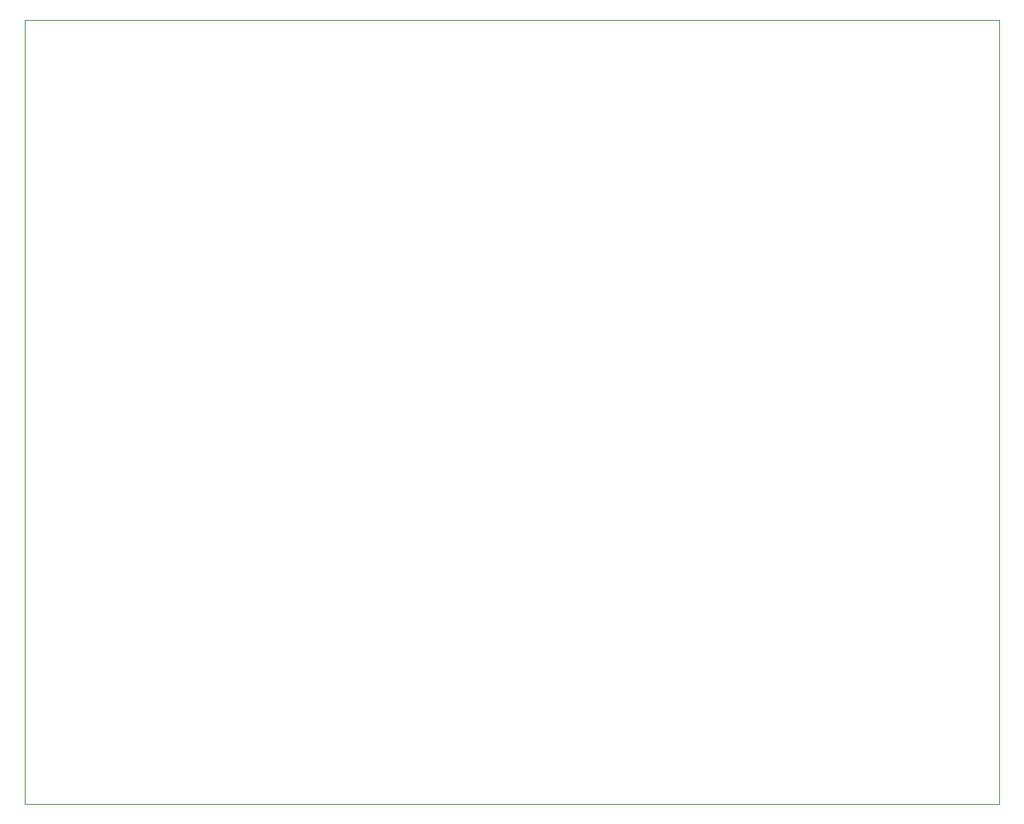
<source format=gm1>
G04 #@! TF.GenerationSoftware,KiCad,Pcbnew,(5.1.12)-1*
G04 #@! TF.CreationDate,2022-02-21T20:10:41-04:00*
G04 #@! TF.ProjectId,OMC_WIFI_PCB,4f4d435f-5749-4464-995f-5043422e6b69,rev?*
G04 #@! TF.SameCoordinates,Original*
G04 #@! TF.FileFunction,Profile,NP*
%FSLAX46Y46*%
G04 Gerber Fmt 4.6, Leading zero omitted, Abs format (unit mm)*
G04 Created by KiCad (PCBNEW (5.1.12)-1) date 2022-02-21 20:10:41*
%MOMM*%
%LPD*%
G01*
G04 APERTURE LIST*
G04 #@! TA.AperFunction,Profile*
%ADD10C,0.050000*%
G04 #@! TD*
G04 APERTURE END LIST*
D10*
X576580000Y898850000D02*
X576580000Y981930000D01*
X576580000Y981930000D02*
X679760000Y981930000D01*
X679760000Y898850000D02*
X679760000Y981930000D01*
X576580000Y898850000D02*
X679760000Y898850000D01*
M02*

</source>
